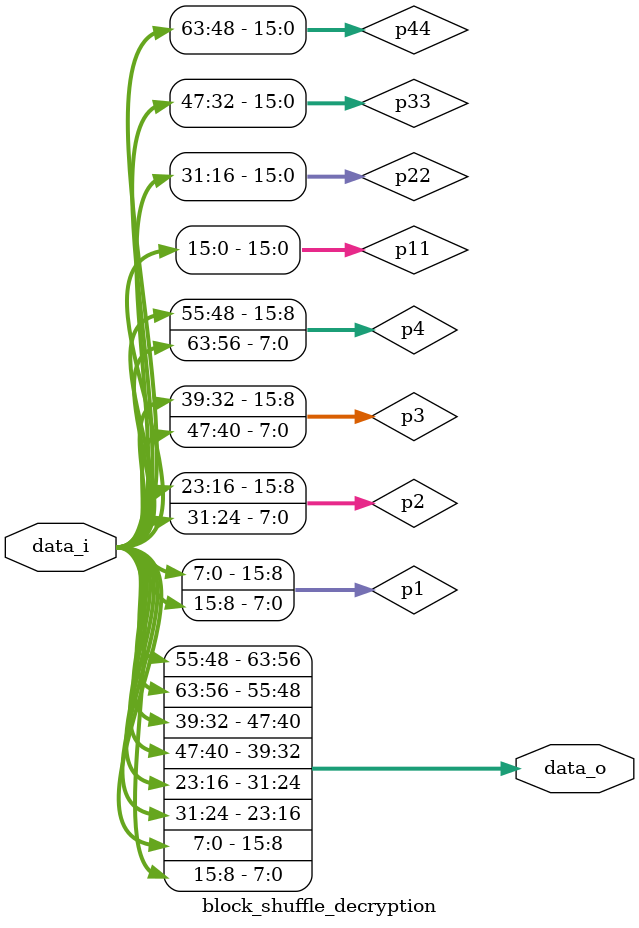
<source format=v>
`timescale 1ns / 1ps


module block_shuffle_decryption(
                    input[63:0] data_i,
                    output[63:0] data_o
    );
    
    wire[15:0] p1,p2,p3,p4,
               p11,p22,p33,p44 ;
    
    assign p11 = data_i[15:0];
    assign p22 = data_i[31:16];
    assign p33 = data_i[47:32];
    assign p44 = data_i[63:48];
    
    assign p1 = {p11[7:4],p11[3:0],p11[15:12],p11[11:8]};
    assign p2 = {p22[7:4],p22[3:0],p22[15:12],p22[11:8]};
    assign p3 = {p33[7:4],p33[3:0],p33[15:12],p33[11:8]};
    assign p4 = {p44[7:4],p44[3:0],p44[15:12],p44[11:8]};
    
    assign data_o[15:0]     = p1; 
    assign data_o[31:16]    = p2;
    assign data_o[47:32]    = p3;
    assign data_o[63:48]    = p4;
    
endmodule

</source>
